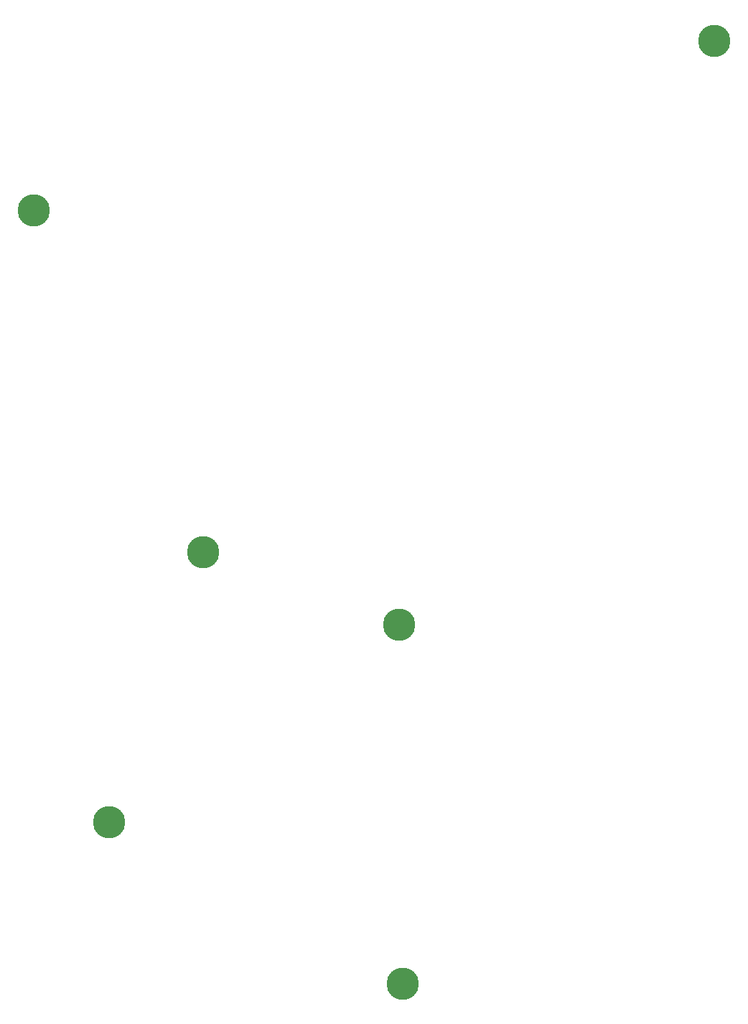
<source format=gbr>
%TF.GenerationSoftware,KiCad,Pcbnew,(6.0.7-1)-1*%
%TF.CreationDate,2022-09-15T11:19:05-04:00*%
%TF.ProjectId,skyline_pcb_exp_top_plate,736b796c-696e-4655-9f70-63625f657870,v1.0.0*%
%TF.SameCoordinates,Original*%
%TF.FileFunction,Copper,L1,Top*%
%TF.FilePolarity,Positive*%
%FSLAX46Y46*%
G04 Gerber Fmt 4.6, Leading zero omitted, Abs format (unit mm)*
G04 Created by KiCad (PCBNEW (6.0.7-1)-1) date 2022-09-15 11:19:05*
%MOMM*%
%LPD*%
G01*
G04 APERTURE LIST*
%TA.AperFunction,ComponentPad*%
%ADD10C,2.600000*%
%TD*%
%TA.AperFunction,ConnectorPad*%
%ADD11C,3.800000*%
%TD*%
G04 APERTURE END LIST*
D10*
%TO.P,REF\u002A\u002A,1*%
%TO.N,N/C*%
X201949696Y-142778726D03*
D11*
X201949696Y-142778726D03*
%TD*%
%TO.P,REF\u002A\u002A,1*%
%TO.N,N/C*%
X121684980Y-162802414D03*
D10*
X121684980Y-162802414D03*
%TD*%
D11*
%TO.P,REF\u002A\u002A,1*%
%TO.N,N/C*%
X164774980Y-211662414D03*
D10*
X164774980Y-211662414D03*
%TD*%
D11*
%TO.P,REF\u002A\u002A,1*%
%TO.N,N/C*%
X141674980Y-203062414D03*
D10*
X141674980Y-203062414D03*
%TD*%
%TO.P,REF\u002A\u002A,1*%
%TO.N,N/C*%
X165219529Y-253941711D03*
D11*
X165219529Y-253941711D03*
%TD*%
D10*
%TO.P,REF\u002A\u002A,1*%
%TO.N,N/C*%
X130571078Y-234904100D03*
D11*
X130571078Y-234904100D03*
%TD*%
M02*

</source>
